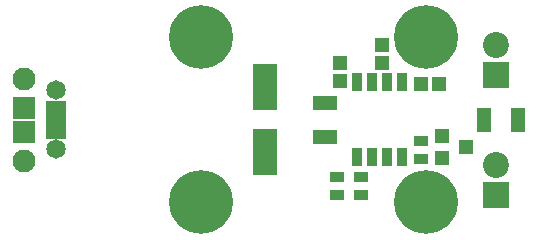
<source format=gbr>
G04 #@! TF.FileFunction,Soldermask,Top*
%FSLAX46Y46*%
G04 Gerber Fmt 4.6, Leading zero omitted, Abs format (unit mm)*
G04 Created by KiCad (PCBNEW 4.0.7) date 01/10/18 16:30:40*
%MOMM*%
%LPD*%
G01*
G04 APERTURE LIST*
%ADD10C,0.150000*%
%ADD11R,1.300000X1.200000*%
%ADD12R,2.100000X1.300000*%
%ADD13R,1.300000X2.100000*%
%ADD14R,1.300000X0.900000*%
%ADD15R,2.200000X2.200000*%
%ADD16C,2.200000*%
%ADD17R,2.000200X3.999200*%
%ADD18R,1.200000X1.150000*%
%ADD19R,1.150000X1.200000*%
%ADD20R,1.950000X1.900000*%
%ADD21C,1.950000*%
%ADD22R,1.750000X0.800000*%
%ADD23C,1.650000*%
%ADD24R,0.908000X1.543000*%
%ADD25C,5.400000*%
G04 APERTURE END LIST*
D10*
D11*
X71898000Y-47056000D03*
X71898000Y-48956000D03*
X73898000Y-48006000D03*
D12*
X61976000Y-44270000D03*
X61976000Y-47170000D03*
D13*
X78285000Y-45720000D03*
X75385000Y-45720000D03*
D14*
X70104000Y-49010000D03*
X70104000Y-47510000D03*
D15*
X76454000Y-52070000D03*
D16*
X76454000Y-49530000D03*
D17*
X56896000Y-42969200D03*
X56896000Y-48470800D03*
D18*
X71616000Y-42672000D03*
X70116000Y-42672000D03*
D19*
X66802000Y-39382000D03*
X66802000Y-40882000D03*
X63246000Y-40906000D03*
X63246000Y-42406000D03*
D15*
X76454000Y-41910000D03*
D16*
X76454000Y-39370000D03*
D20*
X36502000Y-46720000D03*
X36502000Y-44720000D03*
D21*
X36502000Y-42220000D03*
D22*
X39177000Y-45070000D03*
X39177000Y-44420000D03*
X39177000Y-45720000D03*
X39177000Y-46370000D03*
X39177000Y-47020000D03*
D23*
X39177000Y-48220000D03*
X39177000Y-43220000D03*
D21*
X36502000Y-49220000D03*
D14*
X62992000Y-50558000D03*
X62992000Y-52058000D03*
X65024000Y-50558000D03*
X65024000Y-52058000D03*
D24*
X64643000Y-42545000D03*
X65913000Y-42545000D03*
X67183000Y-42545000D03*
X68453000Y-42545000D03*
X68453000Y-48895000D03*
X67183000Y-48895000D03*
X65913000Y-48895000D03*
X64643000Y-48895000D03*
D25*
X51435000Y-38735000D03*
X51435000Y-52705000D03*
X70485000Y-38735000D03*
X70485000Y-52705000D03*
M02*

</source>
